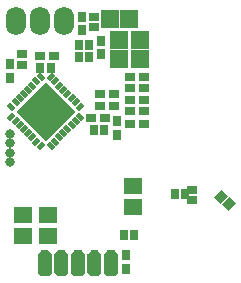
<source format=gbs>
G04*
G04 #@! TF.GenerationSoftware,Altium Limited,Altium Designer,24.4.1 (13)*
G04*
G04 Layer_Color=16711935*
%FSLAX44Y44*%
%MOMM*%
G71*
G04*
G04 #@! TF.SameCoordinates,620EA0B3-285C-493C-A982-72F243028F5E*
G04*
G04*
G04 #@! TF.FilePolarity,Negative*
G04*
G01*
G75*
%ADD29R,0.8032X0.9532*%
%ADD31R,1.5032X1.6032*%
%ADD32R,0.8032X0.8432*%
%ADD38R,1.6032X1.5032*%
%ADD60R,1.5532X1.3532*%
%ADD61R,0.8432X0.8032*%
%ADD62C,0.8032*%
%ADD63O,1.7032X2.4032*%
G04:AMPARAMS|DCode=64|XSize=0.7016mm|YSize=0.4016mm|CornerRadius=0mm|HoleSize=0mm|Usage=FLASHONLY|Rotation=45.000|XOffset=0mm|YOffset=0mm|HoleType=Round|Shape=Rectangle|*
%AMROTATEDRECTD64*
4,1,4,-0.1061,-0.3900,-0.3900,-0.1061,0.1061,0.3900,0.3900,0.1061,-0.1061,-0.3900,0.0*
%
%ADD64ROTATEDRECTD64*%

G04:AMPARAMS|DCode=65|XSize=0.7016mm|YSize=0.4016mm|CornerRadius=0mm|HoleSize=0mm|Usage=FLASHONLY|Rotation=315.000|XOffset=0mm|YOffset=0mm|HoleType=Round|Shape=Rectangle|*
%AMROTATEDRECTD65*
4,1,4,-0.3900,0.1061,-0.1061,0.3900,0.3900,-0.1061,0.1061,-0.3900,-0.3900,0.1061,0.0*
%
%ADD65ROTATEDRECTD65*%

%ADD66P,5.0227X4X360.0*%
G04:AMPARAMS|DCode=67|XSize=0.702mm|YSize=0.402mm|CornerRadius=0mm|HoleSize=0mm|Usage=FLASHONLY|Rotation=45.000|XOffset=0mm|YOffset=0mm|HoleType=Round|Shape=Rectangle|*
%AMROTATEDRECTD67*
4,1,4,-0.1061,-0.3903,-0.3903,-0.1061,0.1061,0.3903,0.3903,0.1061,-0.1061,-0.3903,0.0*
%
%ADD67ROTATEDRECTD67*%

G04:AMPARAMS|DCode=68|XSize=0.702mm|YSize=0.402mm|CornerRadius=0mm|HoleSize=0mm|Usage=FLASHONLY|Rotation=315.000|XOffset=0mm|YOffset=0mm|HoleType=Round|Shape=Rectangle|*
%AMROTATEDRECTD68*
4,1,4,-0.3903,0.1061,-0.1061,0.3903,0.3903,-0.1061,0.1061,-0.3903,-0.3903,0.1061,0.0*
%
%ADD68ROTATEDRECTD68*%

%ADD69R,0.9532X0.8032*%
G04:AMPARAMS|DCode=70|XSize=0.8432mm|YSize=0.8032mm|CornerRadius=0mm|HoleSize=0mm|Usage=FLASHONLY|Rotation=45.000|XOffset=0mm|YOffset=0mm|HoleType=Round|Shape=Rectangle|*
%AMROTATEDRECTD70*
4,1,4,-0.0141,-0.5821,-0.5821,-0.0141,0.0141,0.5821,0.5821,0.0141,-0.0141,-0.5821,0.0*
%
%ADD70ROTATEDRECTD70*%

G36*
X-25367Y-96990D02*
X-25236Y-97016D01*
X-25110Y-97059D01*
X-24991Y-97118D01*
X-24880Y-97192D01*
X-24780Y-97280D01*
X-22280Y-99780D01*
X-22192Y-99880D01*
X-22118Y-99991D01*
X-22059Y-100110D01*
X-22016Y-100237D01*
X-21990Y-100367D01*
X-21982Y-100500D01*
Y-115500D01*
X-21990Y-115633D01*
X-22016Y-115764D01*
X-22059Y-115890D01*
X-22118Y-116009D01*
X-22192Y-116120D01*
X-22280Y-116220D01*
X-24780Y-118720D01*
X-24880Y-118808D01*
X-24991Y-118882D01*
X-25110Y-118941D01*
X-25236Y-118983D01*
X-25367Y-119010D01*
X-25500Y-119018D01*
X-30500D01*
X-30633Y-119010D01*
X-30763Y-118983D01*
X-30890Y-118941D01*
X-31009Y-118882D01*
X-31120Y-118808D01*
X-31220Y-118720D01*
X-33720Y-116220D01*
X-33808Y-116120D01*
X-33882Y-116009D01*
X-33941Y-115890D01*
X-33984Y-115764D01*
X-34009Y-115633D01*
X-34018Y-115500D01*
Y-100500D01*
X-34009Y-100367D01*
X-33984Y-100237D01*
X-33941Y-100110D01*
X-33882Y-99991D01*
X-33808Y-99880D01*
X-33720Y-99780D01*
X-31220Y-97280D01*
X-31120Y-97192D01*
X-31009Y-97118D01*
X-30890Y-97059D01*
X-30763Y-97016D01*
X-30633Y-96990D01*
X-30500Y-96982D01*
X-25500D01*
X-25367Y-96990D01*
D02*
G37*
G36*
X-11367D02*
X-11236Y-97016D01*
X-11110Y-97059D01*
X-10991Y-97118D01*
X-10880Y-97192D01*
X-10780Y-97280D01*
X-8280Y-99780D01*
X-8192Y-99880D01*
X-8118Y-99991D01*
X-8059Y-100110D01*
X-8016Y-100237D01*
X-7990Y-100367D01*
X-7982Y-100500D01*
Y-115500D01*
X-7990Y-115633D01*
X-8016Y-115764D01*
X-8059Y-115890D01*
X-8118Y-116009D01*
X-8192Y-116120D01*
X-8280Y-116220D01*
X-10780Y-118720D01*
X-10880Y-118808D01*
X-10991Y-118882D01*
X-11110Y-118941D01*
X-11236Y-118983D01*
X-11367Y-119010D01*
X-11500Y-119018D01*
X-16500D01*
X-16633Y-119010D01*
X-16763Y-118983D01*
X-16890Y-118941D01*
X-17009Y-118882D01*
X-17120Y-118808D01*
X-17220Y-118720D01*
X-19720Y-116220D01*
X-19808Y-116120D01*
X-19882Y-116009D01*
X-19941Y-115890D01*
X-19984Y-115764D01*
X-20010Y-115633D01*
X-20018Y-115500D01*
Y-100500D01*
X-20010Y-100367D01*
X-19984Y-100237D01*
X-19941Y-100110D01*
X-19882Y-99991D01*
X-19808Y-99880D01*
X-19720Y-99780D01*
X-17220Y-97280D01*
X-17120Y-97192D01*
X-17009Y-97118D01*
X-16890Y-97059D01*
X-16763Y-97016D01*
X-16633Y-96990D01*
X-16500Y-96982D01*
X-11500D01*
X-11367Y-96990D01*
D02*
G37*
G36*
X2633D02*
X2764Y-97016D01*
X2890Y-97059D01*
X3009Y-97118D01*
X3120Y-97192D01*
X3220Y-97280D01*
X5720Y-99780D01*
X5808Y-99880D01*
X5882Y-99991D01*
X5941Y-100110D01*
X5983Y-100237D01*
X6010Y-100367D01*
X6018Y-100500D01*
Y-115500D01*
X6010Y-115633D01*
X5983Y-115764D01*
X5941Y-115890D01*
X5882Y-116009D01*
X5808Y-116120D01*
X5720Y-116220D01*
X3220Y-118720D01*
X3120Y-118808D01*
X3009Y-118882D01*
X2890Y-118941D01*
X2764Y-118983D01*
X2633Y-119010D01*
X2500Y-119018D01*
X-2500D01*
X-2633Y-119010D01*
X-2763Y-118983D01*
X-2890Y-118941D01*
X-3009Y-118882D01*
X-3120Y-118808D01*
X-3220Y-118720D01*
X-5720Y-116220D01*
X-5808Y-116120D01*
X-5882Y-116009D01*
X-5941Y-115890D01*
X-5983Y-115764D01*
X-6010Y-115633D01*
X-6018Y-115500D01*
Y-100500D01*
X-6010Y-100367D01*
X-5983Y-100237D01*
X-5941Y-100110D01*
X-5882Y-99991D01*
X-5808Y-99880D01*
X-5720Y-99780D01*
X-3220Y-97280D01*
X-3120Y-97192D01*
X-3009Y-97118D01*
X-2890Y-97059D01*
X-2763Y-97016D01*
X-2633Y-96990D01*
X-2500Y-96982D01*
X2500D01*
X2633Y-96990D01*
D02*
G37*
G36*
X16633D02*
X16763Y-97016D01*
X16890Y-97059D01*
X17009Y-97118D01*
X17120Y-97192D01*
X17220Y-97280D01*
X19720Y-99780D01*
X19808Y-99880D01*
X19882Y-99991D01*
X19941Y-100110D01*
X19984Y-100237D01*
X20010Y-100367D01*
X20018Y-100500D01*
Y-115500D01*
X20010Y-115633D01*
X19984Y-115764D01*
X19941Y-115890D01*
X19882Y-116009D01*
X19808Y-116120D01*
X19720Y-116220D01*
X17220Y-118720D01*
X17120Y-118808D01*
X17009Y-118882D01*
X16890Y-118941D01*
X16763Y-118983D01*
X16633Y-119010D01*
X16500Y-119018D01*
X11500D01*
X11367Y-119010D01*
X11236Y-118983D01*
X11110Y-118941D01*
X10991Y-118882D01*
X10880Y-118808D01*
X10780Y-118720D01*
X8280Y-116220D01*
X8192Y-116120D01*
X8118Y-116009D01*
X8059Y-115890D01*
X8016Y-115764D01*
X7990Y-115633D01*
X7982Y-115500D01*
Y-100500D01*
X7990Y-100367D01*
X8016Y-100237D01*
X8059Y-100110D01*
X8118Y-99991D01*
X8192Y-99880D01*
X8280Y-99780D01*
X10780Y-97280D01*
X10880Y-97192D01*
X10991Y-97118D01*
X11110Y-97059D01*
X11236Y-97016D01*
X11367Y-96990D01*
X11500Y-96982D01*
X16500D01*
X16633Y-96990D01*
D02*
G37*
G36*
X30633D02*
X30763Y-97016D01*
X30890Y-97059D01*
X31009Y-97118D01*
X31120Y-97192D01*
X31220Y-97280D01*
X33720Y-99780D01*
X33808Y-99880D01*
X33882Y-99991D01*
X33941Y-100110D01*
X33984Y-100237D01*
X34009Y-100367D01*
X34018Y-100500D01*
Y-115500D01*
X34009Y-115633D01*
X33984Y-115764D01*
X33941Y-115890D01*
X33882Y-116009D01*
X33808Y-116120D01*
X33720Y-116220D01*
X31220Y-118720D01*
X31120Y-118808D01*
X31009Y-118882D01*
X30890Y-118941D01*
X30763Y-118983D01*
X30633Y-119010D01*
X30500Y-119018D01*
X25500D01*
X25367Y-119010D01*
X25236Y-118983D01*
X25110Y-118941D01*
X24991Y-118882D01*
X24880Y-118808D01*
X24780Y-118720D01*
X22280Y-116220D01*
X22192Y-116120D01*
X22118Y-116009D01*
X22059Y-115890D01*
X22016Y-115764D01*
X21990Y-115633D01*
X21982Y-115500D01*
Y-100500D01*
X21990Y-100367D01*
X22016Y-100237D01*
X22059Y-100110D01*
X22118Y-99991D01*
X22192Y-99880D01*
X22280Y-99780D01*
X24780Y-97280D01*
X24880Y-97192D01*
X24991Y-97118D01*
X25110Y-97059D01*
X25236Y-97016D01*
X25367Y-96990D01*
X25500Y-96982D01*
X30500D01*
X30633Y-96990D01*
D02*
G37*
D29*
X3500Y100750D02*
D03*
Y89250D02*
D03*
X40500Y-112750D02*
D03*
Y-101250D02*
D03*
X20000Y68750D02*
D03*
Y80250D02*
D03*
X-57000Y60750D02*
D03*
Y49250D02*
D03*
X33500Y12250D02*
D03*
Y750D02*
D03*
D31*
X27500Y99000D02*
D03*
X43500D02*
D03*
D32*
X90900Y-49500D02*
D03*
X82100D02*
D03*
X39100Y-84000D02*
D03*
X47900D02*
D03*
X9400Y77000D02*
D03*
X600D02*
D03*
X-23100Y57500D02*
D03*
X-31900D02*
D03*
X13600Y5000D02*
D03*
X22400D02*
D03*
X9400Y67000D02*
D03*
X600D02*
D03*
D38*
X53000Y81000D02*
D03*
Y65000D02*
D03*
X35000D02*
D03*
Y81000D02*
D03*
D60*
X46500Y-60250D02*
D03*
Y-42750D02*
D03*
X-46000Y-67250D02*
D03*
Y-84750D02*
D03*
X-25000Y-67250D02*
D03*
Y-84750D02*
D03*
D61*
X13500Y91600D02*
D03*
Y100400D02*
D03*
X-47000Y68900D02*
D03*
Y60100D02*
D03*
X96500Y-54400D02*
D03*
Y-45600D02*
D03*
D62*
X-57000Y-22500D02*
D03*
Y-14500D02*
D03*
Y-6500D02*
D03*
Y1500D02*
D03*
D63*
X-52000Y97000D02*
D03*
X-12000D02*
D03*
X-32000D02*
D03*
D64*
X-45607Y5607D02*
D03*
X-12373Y38841D02*
D03*
X-38536Y-1464D02*
D03*
X-49142Y9142D02*
D03*
X-42071Y2071D02*
D03*
X-52678Y12678D02*
D03*
X-35000Y-5000D02*
D03*
X-15908Y42376D02*
D03*
X-5301Y31770D02*
D03*
X-1766Y28234D02*
D03*
X-19444Y45912D02*
D03*
X-8837Y35305D02*
D03*
D65*
X-42071Y38841D02*
D03*
X-38536Y42376D02*
D03*
X-35000Y45912D02*
D03*
X-49142Y31770D02*
D03*
X-45607Y35305D02*
D03*
X-1766Y12678D02*
D03*
X-8837Y5607D02*
D03*
X-19444Y-5000D02*
D03*
X-15908Y-1464D02*
D03*
X-5301Y9142D02*
D03*
X-12373Y2071D02*
D03*
X-52678Y28234D02*
D03*
D66*
X-27222Y20456D02*
D03*
D67*
X-56213Y16213D02*
D03*
X-31465Y-8536D02*
D03*
X1769Y24699D02*
D03*
X-22979Y49447D02*
D03*
D68*
X-56213Y24699D02*
D03*
X-22979Y-8536D02*
D03*
X1769Y16213D02*
D03*
X-31465Y49447D02*
D03*
D69*
X44250Y10000D02*
D03*
X55750D02*
D03*
X-20250Y67500D02*
D03*
X-31750D02*
D03*
X30250Y35000D02*
D03*
X18750D02*
D03*
Y25000D02*
D03*
X30250D02*
D03*
X44250Y30500D02*
D03*
X55750D02*
D03*
X44250Y20500D02*
D03*
X55750D02*
D03*
X44250Y40500D02*
D03*
X55750D02*
D03*
X22750Y15000D02*
D03*
X11250D02*
D03*
X44250Y50000D02*
D03*
X55750D02*
D03*
D70*
X127611Y-58111D02*
D03*
X121389Y-51889D02*
D03*
M02*

</source>
